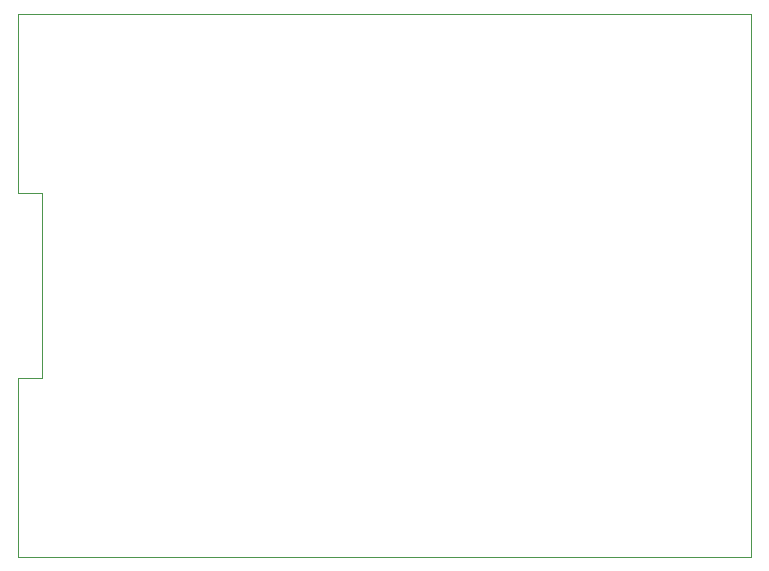
<source format=gbr>
%TF.GenerationSoftware,Altium Limited,Altium Designer,23.6.0 (18)*%
G04 Layer_Color=0*
%FSLAX43Y43*%
%MOMM*%
%TF.SameCoordinates,6C6526E1-C053-4265-BDC0-CB623CBAD704*%
%TF.FilePolarity,Positive*%
%TF.FileFunction,Profile,NP*%
%TF.Part,Single*%
G01*
G75*
%TA.AperFunction,Profile*%
%ADD56C,0.025*%
D56*
X0Y15170D02*
X2000D01*
Y30830D01*
X0D01*
Y46000D01*
X62000D01*
Y0D01*
X0D01*
Y15170D01*
%TF.MD5,d529744d6e00526f9dddb9a051890757*%
M02*

</source>
